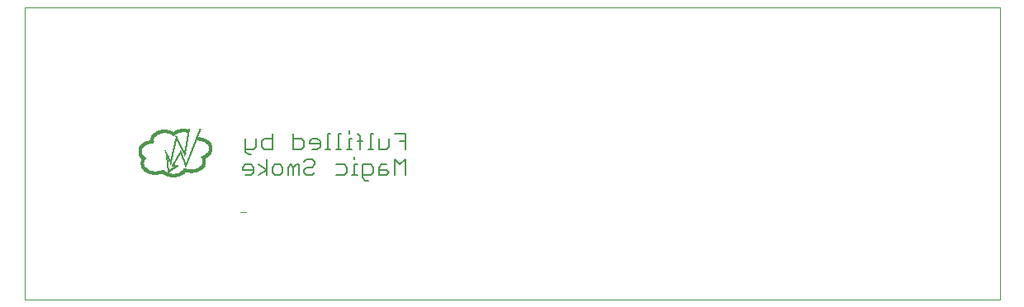
<source format=gbo>
G75*
G70*
%OFA0B0*%
%FSLAX24Y24*%
%IPPOS*%
%LPD*%
%AMOC8*
5,1,8,0,0,1.08239X$1,22.5*
%
%ADD10C,0.0000*%
%ADD11R,0.0110X0.0005*%
%ADD12R,0.0210X0.0005*%
%ADD13R,0.0280X0.0005*%
%ADD14R,0.0325X0.0005*%
%ADD15R,0.0365X0.0005*%
%ADD16R,0.0410X0.0005*%
%ADD17R,0.0440X0.0005*%
%ADD18R,0.0470X0.0005*%
%ADD19R,0.0505X0.0005*%
%ADD20R,0.0530X0.0005*%
%ADD21R,0.0555X0.0005*%
%ADD22R,0.0580X0.0005*%
%ADD23R,0.0600X0.0005*%
%ADD24R,0.0625X0.0005*%
%ADD25R,0.0645X0.0005*%
%ADD26R,0.0665X0.0005*%
%ADD27R,0.0685X0.0005*%
%ADD28R,0.0705X0.0005*%
%ADD29R,0.0715X0.0005*%
%ADD30R,0.0735X0.0005*%
%ADD31R,0.0755X0.0005*%
%ADD32R,0.0090X0.0005*%
%ADD33R,0.0770X0.0005*%
%ADD34R,0.0190X0.0005*%
%ADD35R,0.0355X0.0005*%
%ADD36R,0.0360X0.0005*%
%ADD37R,0.0260X0.0005*%
%ADD38R,0.0315X0.0005*%
%ADD39R,0.0320X0.0005*%
%ADD40R,0.0295X0.0005*%
%ADD41R,0.0275X0.0005*%
%ADD42R,0.0400X0.0005*%
%ADD43R,0.0265X0.0005*%
%ADD44R,0.0435X0.0005*%
%ADD45R,0.0255X0.0005*%
%ADD46R,0.0465X0.0005*%
%ADD47R,0.0245X0.0005*%
%ADD48R,0.0495X0.0005*%
%ADD49R,0.0235X0.0005*%
%ADD50R,0.0525X0.0005*%
%ADD51R,0.0230X0.0005*%
%ADD52R,0.0240X0.0005*%
%ADD53R,0.0545X0.0005*%
%ADD54R,0.0820X0.0005*%
%ADD55R,0.0220X0.0005*%
%ADD56R,0.0025X0.0005*%
%ADD57R,0.0795X0.0005*%
%ADD58R,0.0215X0.0005*%
%ADD59R,0.0035X0.0005*%
%ADD60R,0.0040X0.0005*%
%ADD61R,0.0800X0.0005*%
%ADD62R,0.0205X0.0005*%
%ADD63R,0.0050X0.0005*%
%ADD64R,0.0805X0.0005*%
%ADD65R,0.0165X0.0005*%
%ADD66R,0.0055X0.0005*%
%ADD67R,0.0200X0.0005*%
%ADD68R,0.0060X0.0005*%
%ADD69R,0.0300X0.0005*%
%ADD70R,0.0195X0.0005*%
%ADD71R,0.0065X0.0005*%
%ADD72R,0.0345X0.0005*%
%ADD73R,0.0070X0.0005*%
%ADD74R,0.0385X0.0005*%
%ADD75R,0.0080X0.0005*%
%ADD76R,0.0425X0.0005*%
%ADD77R,0.0185X0.0005*%
%ADD78R,0.0085X0.0005*%
%ADD79R,0.0635X0.0005*%
%ADD80R,0.0810X0.0005*%
%ADD81R,0.0095X0.0005*%
%ADD82R,0.0335X0.0005*%
%ADD83R,0.0655X0.0005*%
%ADD84R,0.0105X0.0005*%
%ADD85R,0.0290X0.0005*%
%ADD86R,0.0660X0.0005*%
%ADD87R,0.0115X0.0005*%
%ADD88R,0.0285X0.0005*%
%ADD89R,0.0120X0.0005*%
%ADD90R,0.0270X0.0005*%
%ADD91R,0.0675X0.0005*%
%ADD92R,0.0130X0.0005*%
%ADD93R,0.0680X0.0005*%
%ADD94R,0.0135X0.0005*%
%ADD95R,0.0250X0.0005*%
%ADD96R,0.0140X0.0005*%
%ADD97R,0.0180X0.0005*%
%ADD98R,0.0695X0.0005*%
%ADD99R,0.0150X0.0005*%
%ADD100R,0.0160X0.0005*%
%ADD101R,0.0155X0.0005*%
%ADD102R,0.0145X0.0005*%
%ADD103R,0.0700X0.0005*%
%ADD104R,0.0225X0.0005*%
%ADD105R,0.0170X0.0005*%
%ADD106R,0.0100X0.0005*%
%ADD107R,0.0075X0.0005*%
%ADD108R,0.0720X0.0005*%
%ADD109R,0.0725X0.0005*%
%ADD110R,0.0340X0.0005*%
%ADD111R,0.0305X0.0005*%
%ADD112R,0.0175X0.0005*%
%ADD113R,0.0005X0.0005*%
%ADD114R,0.0010X0.0005*%
%ADD115R,0.0015X0.0005*%
%ADD116R,0.0020X0.0005*%
%ADD117R,0.0030X0.0005*%
%ADD118R,0.0125X0.0005*%
%ADD119R,0.0045X0.0005*%
%ADD120R,0.0370X0.0005*%
%ADD121R,0.0375X0.0005*%
%ADD122R,0.0350X0.0005*%
%ADD123R,0.0330X0.0005*%
%ADD124R,0.0485X0.0005*%
%ADD125R,0.0480X0.0005*%
%ADD126R,0.0460X0.0005*%
%ADD127R,0.0445X0.0005*%
%ADD128R,0.0310X0.0005*%
%ADD129R,0.0380X0.0005*%
%ADD130R,0.0415X0.0005*%
%ADD131R,0.0450X0.0005*%
%ADD132R,0.0490X0.0005*%
%ADD133R,0.0965X0.0005*%
%ADD134R,0.0975X0.0005*%
%ADD135R,0.0980X0.0005*%
%ADD136R,0.0990X0.0005*%
%ADD137R,0.1005X0.0005*%
%ADD138R,0.0615X0.0005*%
%ADD139R,0.0640X0.0005*%
%ADD140R,0.0605X0.0005*%
%ADD141R,0.0620X0.0005*%
%ADD142R,0.0590X0.0005*%
%ADD143R,0.0570X0.0005*%
%ADD144R,0.0540X0.0005*%
%ADD145R,0.0515X0.0005*%
%ADD146R,0.0565X0.0005*%
%ADD147R,0.0535X0.0005*%
%ADD148R,0.0395X0.0005*%
%ADD149R,0.0520X0.0005*%
%ADD150R,0.0500X0.0005*%
%ADD151R,0.0430X0.0005*%
%ADD152C,0.0060*%
D10*
X001131Y001300D02*
X001131Y013111D01*
X040501Y013111D01*
X040501Y001300D01*
X001131Y001300D01*
D11*
X007149Y006241D03*
X007044Y006516D03*
X007059Y006526D03*
X007064Y006531D03*
X007069Y006536D03*
X007084Y006546D03*
X007129Y006576D03*
X007144Y006586D03*
X007149Y006591D03*
X007164Y006601D03*
X007179Y006611D03*
X007184Y006616D03*
X007194Y006621D03*
X007199Y006626D03*
X007204Y006631D03*
X007214Y006636D03*
X007219Y006641D03*
X007229Y006646D03*
X007234Y006651D03*
X007249Y006661D03*
X007624Y006561D03*
X007654Y006756D03*
X007029Y006891D03*
X006909Y007046D03*
X006909Y007051D03*
X006904Y007056D03*
X006904Y007061D03*
X007434Y007201D03*
X007434Y007206D03*
X007594Y007226D03*
X007594Y007231D03*
X007279Y007766D03*
X007279Y007771D03*
D12*
X007149Y007966D03*
X007559Y008161D03*
X006244Y007696D03*
X005959Y007546D03*
X008499Y007656D03*
X008499Y007116D03*
X008494Y007111D03*
X008239Y006591D03*
X007509Y006411D03*
X007149Y006246D03*
X006044Y006516D03*
D13*
X006874Y006366D03*
X007149Y006251D03*
X006209Y007676D03*
X007559Y008156D03*
X008404Y007706D03*
D14*
X007557Y008151D03*
X007137Y007996D03*
X006177Y006456D03*
X007147Y006256D03*
D15*
X007147Y006261D03*
X006152Y007631D03*
D16*
X008244Y007761D03*
X007149Y006266D03*
D17*
X007149Y006271D03*
X008254Y007751D03*
D18*
X008264Y007736D03*
X007149Y006276D03*
D19*
X007147Y006281D03*
X007547Y008121D03*
D20*
X007149Y006286D03*
D21*
X007147Y006291D03*
X007522Y008101D03*
D22*
X007504Y008086D03*
X007149Y006296D03*
D23*
X007149Y006301D03*
X007494Y008076D03*
D24*
X007147Y006306D03*
D25*
X007147Y006311D03*
X007792Y006456D03*
D26*
X007822Y006471D03*
X007147Y006316D03*
D27*
X007147Y006321D03*
X007847Y006486D03*
D28*
X007877Y006506D03*
X007147Y006326D03*
D29*
X007147Y006331D03*
X007882Y006511D03*
X007887Y006516D03*
D30*
X007147Y006336D03*
D31*
X007147Y006341D03*
D32*
X006964Y006451D03*
X007619Y006566D03*
X007654Y006731D03*
X007029Y006866D03*
X006894Y007096D03*
X006889Y007106D03*
X006889Y007111D03*
X007434Y007226D03*
X007599Y007201D03*
X007274Y007796D03*
X006414Y006341D03*
D33*
X007149Y006346D03*
D34*
X006414Y006346D03*
X007229Y006676D03*
X008279Y006621D03*
X008284Y006626D03*
X008369Y007016D03*
X008529Y007141D03*
X008534Y007146D03*
X008534Y007626D03*
X008529Y007631D03*
X006389Y007931D03*
X006384Y007926D03*
X006379Y007921D03*
X006254Y007701D03*
X005919Y007516D03*
X005914Y007511D03*
X005909Y007506D03*
X005914Y007031D03*
X005919Y007026D03*
X005924Y007021D03*
X005929Y007016D03*
X005934Y007006D03*
X005939Y007001D03*
D35*
X006167Y007641D03*
X006412Y006361D03*
X007362Y006351D03*
D36*
X006934Y006351D03*
X006159Y007636D03*
X006109Y007606D03*
X007344Y008056D03*
X008224Y007781D03*
X008344Y007721D03*
D37*
X007144Y007981D03*
X006499Y008001D03*
X006219Y007681D03*
X008169Y006551D03*
X006414Y006351D03*
X006114Y006476D03*
D38*
X006902Y006356D03*
X007392Y006356D03*
X007312Y008051D03*
D39*
X008369Y007716D03*
X006189Y007661D03*
X006079Y007601D03*
X006414Y006356D03*
D40*
X006887Y006361D03*
X007407Y006361D03*
X006062Y007596D03*
X006202Y007671D03*
X008387Y007711D03*
D41*
X008192Y007806D03*
X007222Y006701D03*
X007677Y006531D03*
X007422Y006366D03*
X008152Y006546D03*
D42*
X006414Y006366D03*
X008239Y007766D03*
D43*
X008417Y007701D03*
X006032Y007586D03*
X007212Y006691D03*
X006677Y006466D03*
X006857Y006371D03*
X007437Y006371D03*
D44*
X006412Y006371D03*
D45*
X006847Y006376D03*
X007447Y006376D03*
X008177Y006556D03*
X007212Y006686D03*
X006022Y007581D03*
X008427Y007696D03*
D46*
X007572Y008136D03*
X006412Y006376D03*
D47*
X006837Y006381D03*
X007457Y006381D03*
X008187Y006561D03*
X008402Y007051D03*
X008407Y007056D03*
X008442Y007081D03*
X006012Y007576D03*
X009977Y004791D03*
D48*
X006412Y006381D03*
D49*
X006827Y006386D03*
X007467Y006386D03*
X007872Y006426D03*
X008207Y006571D03*
X008392Y007041D03*
X008397Y007046D03*
X008457Y007681D03*
X006467Y007986D03*
X005992Y007566D03*
D50*
X006412Y006386D03*
D51*
X006084Y006491D03*
X006074Y006496D03*
X007474Y006391D03*
X007484Y006396D03*
X008459Y007091D03*
X008469Y007096D03*
X008469Y007676D03*
X006459Y007981D03*
X006234Y007691D03*
X005984Y007561D03*
D52*
X005999Y007571D03*
X007144Y007976D03*
X008449Y007686D03*
X008449Y007086D03*
X008199Y006566D03*
X007209Y006706D03*
X006819Y006391D03*
X006684Y006471D03*
X006094Y006486D03*
D53*
X006412Y006391D03*
X007527Y008106D03*
D54*
X006534Y006396D03*
D55*
X006059Y006506D03*
X007494Y006401D03*
X008224Y006581D03*
X008484Y007666D03*
X006449Y007976D03*
X006444Y007971D03*
X005974Y007556D03*
D56*
X006842Y007266D03*
X006842Y007261D03*
X007442Y007291D03*
X007617Y007116D03*
X007617Y007111D03*
X007042Y006766D03*
X007042Y006761D03*
X007662Y006661D03*
X006937Y006401D03*
X007262Y007881D03*
X007262Y007886D03*
D57*
X006512Y006401D03*
X006502Y006406D03*
D58*
X006692Y006476D03*
X006052Y006511D03*
X007197Y006711D03*
X007502Y006406D03*
X008232Y006586D03*
X008382Y007031D03*
X008487Y007106D03*
X008492Y007661D03*
X006437Y007966D03*
X005967Y007551D03*
D59*
X006847Y007246D03*
X006847Y007241D03*
X006852Y007231D03*
X007442Y007281D03*
X007442Y007286D03*
X007617Y007126D03*
X007617Y006576D03*
X006942Y006406D03*
X007267Y007866D03*
D60*
X007264Y007861D03*
X007439Y007276D03*
X007614Y007136D03*
X007614Y007131D03*
X006854Y007221D03*
X006854Y007226D03*
X006849Y007236D03*
X007039Y006791D03*
X007039Y006786D03*
X007659Y006681D03*
X007659Y006676D03*
X006944Y006411D03*
X006714Y006521D03*
D61*
X006494Y006411D03*
X006474Y006421D03*
X006464Y006426D03*
D62*
X006037Y006521D03*
X006032Y006526D03*
X007517Y006416D03*
X007522Y006421D03*
X008247Y006596D03*
X008377Y007026D03*
X008507Y007121D03*
X008507Y007651D03*
X006427Y007961D03*
X006422Y007956D03*
X005952Y007541D03*
D63*
X006859Y007206D03*
X006859Y007201D03*
X007439Y007266D03*
X007609Y007151D03*
X007659Y006696D03*
X007659Y006691D03*
X007659Y006686D03*
X006944Y006416D03*
X007269Y007846D03*
D64*
X006442Y006441D03*
X006447Y006436D03*
X006457Y006431D03*
X006482Y006416D03*
X006432Y006446D03*
D65*
X006997Y006501D03*
X007872Y006421D03*
X008337Y006686D03*
X008342Y006691D03*
X008342Y006696D03*
X008347Y006701D03*
X008352Y006711D03*
X008362Y007006D03*
X008587Y007201D03*
X008592Y007211D03*
X008597Y007216D03*
X008602Y007221D03*
X008607Y007231D03*
X008607Y007541D03*
X008602Y007551D03*
X008597Y007556D03*
X008592Y007561D03*
X008587Y007571D03*
X006337Y007871D03*
X006332Y007866D03*
X006327Y007861D03*
X006327Y007856D03*
X006322Y007851D03*
X006267Y007706D03*
X005857Y007446D03*
X005852Y007441D03*
X005847Y007431D03*
X005842Y007116D03*
X005847Y007106D03*
X005852Y007101D03*
X005952Y006981D03*
X005952Y006976D03*
X005947Y006966D03*
X005947Y006961D03*
X005942Y006956D03*
X005937Y006946D03*
X005942Y006621D03*
X005947Y006616D03*
X005947Y006611D03*
X005952Y006606D03*
D66*
X006947Y006421D03*
X007037Y006806D03*
X007037Y006811D03*
X006867Y007181D03*
X006867Y007186D03*
X006862Y007191D03*
X006862Y007196D03*
X007437Y007261D03*
X007612Y007156D03*
X007727Y007851D03*
X007732Y007881D03*
X007737Y007911D03*
X007742Y007941D03*
X007747Y007966D03*
X007747Y007971D03*
X007752Y007996D03*
X007752Y008001D03*
X007757Y008026D03*
X007757Y008031D03*
X007777Y008151D03*
X007777Y008156D03*
X007267Y007841D03*
D67*
X007689Y008056D03*
X008159Y007821D03*
X008514Y007646D03*
X008519Y007641D03*
X008519Y007131D03*
X008514Y007126D03*
X008374Y007021D03*
X008259Y006606D03*
X008254Y006601D03*
X007649Y006541D03*
X007529Y006426D03*
X006694Y006481D03*
X006024Y006531D03*
X005939Y007531D03*
X005944Y007536D03*
X006414Y007951D03*
D68*
X007244Y007721D03*
X007239Y007701D03*
X007234Y007681D03*
X007234Y007676D03*
X007229Y007656D03*
X007224Y007636D03*
X007219Y007616D03*
X007214Y007591D03*
X007209Y007571D03*
X007204Y007551D03*
X007199Y007526D03*
X007194Y007506D03*
X007189Y007486D03*
X007184Y007461D03*
X007179Y007441D03*
X007174Y007421D03*
X007169Y007396D03*
X007164Y007376D03*
X007159Y007356D03*
X007154Y007331D03*
X007149Y007311D03*
X007144Y007291D03*
X007139Y007266D03*
X007134Y007246D03*
X007129Y007226D03*
X007124Y007201D03*
X007119Y007181D03*
X007114Y007161D03*
X007109Y007136D03*
X007104Y007116D03*
X007099Y007096D03*
X007094Y007071D03*
X007089Y007051D03*
X007084Y007031D03*
X007079Y007006D03*
X007074Y006991D03*
X007074Y006986D03*
X007069Y006976D03*
X007069Y006971D03*
X007069Y006966D03*
X007064Y006951D03*
X007064Y006946D03*
X007064Y006941D03*
X007059Y006931D03*
X007059Y006926D03*
X007034Y006821D03*
X007034Y006816D03*
X006909Y006816D03*
X006909Y006821D03*
X006909Y006826D03*
X006904Y006866D03*
X006904Y006871D03*
X006899Y006896D03*
X006899Y006901D03*
X006899Y006906D03*
X006899Y006911D03*
X006899Y006916D03*
X006894Y006926D03*
X006894Y006931D03*
X006894Y006936D03*
X006894Y006941D03*
X006894Y006946D03*
X006894Y006951D03*
X006894Y006956D03*
X006894Y006961D03*
X006889Y006971D03*
X006889Y006976D03*
X006889Y006981D03*
X006889Y006986D03*
X006889Y006991D03*
X006889Y006996D03*
X006869Y007171D03*
X006869Y007176D03*
X007439Y007256D03*
X007479Y007146D03*
X007489Y007121D03*
X007499Y007096D03*
X007509Y007071D03*
X007609Y007161D03*
X007629Y007276D03*
X007629Y007281D03*
X007629Y007286D03*
X007629Y007291D03*
X007629Y007296D03*
X007634Y007306D03*
X007634Y007311D03*
X007634Y007316D03*
X007634Y007321D03*
X007639Y007331D03*
X007639Y007336D03*
X007639Y007341D03*
X007639Y007346D03*
X007639Y007351D03*
X007644Y007361D03*
X007644Y007366D03*
X007644Y007371D03*
X007644Y007376D03*
X007644Y007381D03*
X007649Y007391D03*
X007649Y007396D03*
X007649Y007401D03*
X007649Y007406D03*
X007649Y007411D03*
X007654Y007421D03*
X007654Y007426D03*
X007654Y007431D03*
X007654Y007436D03*
X007659Y007446D03*
X007659Y007451D03*
X007659Y007456D03*
X007659Y007461D03*
X007659Y007466D03*
X007664Y007476D03*
X007664Y007481D03*
X007664Y007486D03*
X007664Y007491D03*
X007664Y007496D03*
X007669Y007506D03*
X007669Y007511D03*
X007669Y007516D03*
X007669Y007521D03*
X007669Y007526D03*
X007674Y007536D03*
X007674Y007541D03*
X007674Y007546D03*
X007674Y007551D03*
X007674Y007556D03*
X007679Y007566D03*
X007679Y007571D03*
X007679Y007576D03*
X007679Y007581D03*
X007684Y007591D03*
X007684Y007596D03*
X007684Y007601D03*
X007684Y007606D03*
X007684Y007611D03*
X007689Y007621D03*
X007689Y007626D03*
X007689Y007631D03*
X007689Y007636D03*
X007689Y007641D03*
X007694Y007651D03*
X007694Y007656D03*
X007694Y007661D03*
X007694Y007666D03*
X007694Y007671D03*
X007699Y007681D03*
X007699Y007686D03*
X007699Y007691D03*
X007699Y007696D03*
X007704Y007706D03*
X007704Y007711D03*
X007704Y007716D03*
X007704Y007721D03*
X007704Y007726D03*
X007709Y007736D03*
X007709Y007741D03*
X007709Y007746D03*
X007709Y007751D03*
X007709Y007756D03*
X007709Y007761D03*
X007714Y007766D03*
X007714Y007771D03*
X007714Y007776D03*
X007714Y007781D03*
X007714Y007786D03*
X007714Y007791D03*
X007719Y007796D03*
X007719Y007801D03*
X007719Y007806D03*
X007719Y007811D03*
X007719Y007816D03*
X007719Y007821D03*
X007724Y007826D03*
X007724Y007831D03*
X007724Y007836D03*
X007724Y007841D03*
X007724Y007846D03*
X007729Y007856D03*
X007729Y007861D03*
X007729Y007866D03*
X007729Y007871D03*
X007729Y007876D03*
X007734Y007886D03*
X007734Y007891D03*
X007734Y007896D03*
X007734Y007901D03*
X007734Y007906D03*
X007739Y007916D03*
X007739Y007921D03*
X007739Y007926D03*
X007739Y007931D03*
X007739Y007936D03*
X007744Y007946D03*
X007744Y007951D03*
X007744Y007956D03*
X007744Y007961D03*
X007749Y007976D03*
X007749Y007981D03*
X007749Y007986D03*
X007749Y007991D03*
X007754Y008006D03*
X007754Y008011D03*
X007754Y008016D03*
X007754Y008021D03*
X007779Y008161D03*
X007779Y008166D03*
X007269Y007836D03*
X007269Y007831D03*
X007984Y007536D03*
X007994Y007561D03*
X008004Y007586D03*
X008014Y007611D03*
X008024Y007636D03*
X008034Y007661D03*
X008039Y007676D03*
X008049Y007701D03*
X007959Y007471D03*
X007949Y007446D03*
X007939Y007421D03*
X007929Y007396D03*
X007894Y007306D03*
X007884Y007281D03*
X007874Y007256D03*
X007864Y007231D03*
X007839Y007166D03*
X007829Y007141D03*
X007819Y007116D03*
X007809Y007091D03*
X007784Y007026D03*
X007774Y007001D03*
X007764Y006976D03*
X007754Y006951D03*
X007729Y006886D03*
X007719Y006861D03*
X007709Y006836D03*
X007699Y006811D03*
X007659Y006706D03*
X007659Y006701D03*
X006934Y006611D03*
X006934Y006606D03*
X006934Y006601D03*
X006934Y006596D03*
X006934Y006591D03*
X006934Y006586D03*
X006934Y006581D03*
X006934Y006576D03*
X006934Y006571D03*
X006934Y006566D03*
X006939Y006561D03*
X006939Y006556D03*
X006939Y006551D03*
X006939Y006546D03*
X006939Y006541D03*
X006939Y006536D03*
X006939Y006531D03*
X006939Y006526D03*
X006939Y006521D03*
X006939Y006516D03*
X006944Y006511D03*
X006949Y006426D03*
X006929Y006616D03*
X006929Y006621D03*
X006929Y006626D03*
X006929Y006631D03*
X006929Y006636D03*
X006929Y006641D03*
X006929Y006646D03*
X006929Y006651D03*
X006929Y006656D03*
X006929Y006661D03*
X006924Y006666D03*
X006924Y006671D03*
X006924Y006676D03*
X006924Y006681D03*
X006924Y006686D03*
X006924Y006691D03*
X006924Y006696D03*
X006924Y006701D03*
X006924Y006706D03*
X006924Y006711D03*
X006919Y006716D03*
X006919Y006721D03*
X006919Y006726D03*
X006919Y006731D03*
X006919Y006736D03*
X006919Y006741D03*
X006919Y006746D03*
X006919Y006751D03*
X006919Y006756D03*
X006914Y006766D03*
X006914Y006771D03*
X006914Y006776D03*
X006914Y006781D03*
D69*
X006154Y006461D03*
X007874Y006431D03*
X007139Y007991D03*
X006794Y008121D03*
D70*
X006407Y007946D03*
X006402Y007941D03*
X006397Y007936D03*
X005932Y007526D03*
X005927Y007521D03*
X006007Y006546D03*
X006012Y006541D03*
X006017Y006536D03*
X007537Y006431D03*
X007542Y006436D03*
X007547Y006441D03*
X008267Y006611D03*
X008272Y006616D03*
X008527Y007136D03*
X008522Y007636D03*
D71*
X008057Y007716D03*
X008052Y007711D03*
X008052Y007706D03*
X008047Y007696D03*
X008047Y007691D03*
X008042Y007686D03*
X008042Y007681D03*
X008037Y007671D03*
X008037Y007666D03*
X008032Y007656D03*
X008032Y007651D03*
X008027Y007646D03*
X008027Y007641D03*
X008022Y007631D03*
X008022Y007626D03*
X008017Y007621D03*
X008017Y007616D03*
X008012Y007606D03*
X008012Y007601D03*
X008007Y007596D03*
X008007Y007591D03*
X008002Y007581D03*
X008002Y007576D03*
X007997Y007571D03*
X007997Y007566D03*
X007992Y007556D03*
X007992Y007551D03*
X007987Y007546D03*
X007987Y007541D03*
X007982Y007531D03*
X007982Y007526D03*
X007977Y007521D03*
X007977Y007516D03*
X007977Y007511D03*
X007972Y007506D03*
X007972Y007501D03*
X007967Y007496D03*
X007967Y007491D03*
X007967Y007486D03*
X007962Y007481D03*
X007962Y007476D03*
X007957Y007466D03*
X007957Y007461D03*
X007952Y007456D03*
X007952Y007451D03*
X007947Y007441D03*
X007947Y007436D03*
X007942Y007431D03*
X007942Y007426D03*
X007937Y007416D03*
X007937Y007411D03*
X007932Y007406D03*
X007932Y007401D03*
X007927Y007391D03*
X007927Y007386D03*
X007922Y007381D03*
X007922Y007376D03*
X007922Y007371D03*
X007917Y007366D03*
X007917Y007361D03*
X007912Y007356D03*
X007912Y007351D03*
X007912Y007346D03*
X007907Y007341D03*
X007907Y007336D03*
X007902Y007331D03*
X007902Y007326D03*
X007902Y007321D03*
X007897Y007316D03*
X007897Y007311D03*
X007892Y007301D03*
X007892Y007296D03*
X007887Y007291D03*
X007887Y007286D03*
X007882Y007276D03*
X007882Y007271D03*
X007877Y007266D03*
X007877Y007261D03*
X007872Y007251D03*
X007872Y007246D03*
X007867Y007241D03*
X007867Y007236D03*
X007862Y007226D03*
X007862Y007221D03*
X007857Y007216D03*
X007857Y007211D03*
X007857Y007206D03*
X007852Y007201D03*
X007852Y007196D03*
X007847Y007191D03*
X007847Y007186D03*
X007847Y007181D03*
X007842Y007176D03*
X007842Y007171D03*
X007837Y007161D03*
X007837Y007156D03*
X007832Y007151D03*
X007832Y007146D03*
X007827Y007136D03*
X007827Y007131D03*
X007822Y007126D03*
X007822Y007121D03*
X007817Y007111D03*
X007817Y007106D03*
X007812Y007101D03*
X007812Y007096D03*
X007807Y007086D03*
X007807Y007081D03*
X007802Y007076D03*
X007802Y007071D03*
X007802Y007066D03*
X007797Y007061D03*
X007797Y007056D03*
X007792Y007051D03*
X007792Y007046D03*
X007792Y007041D03*
X007787Y007036D03*
X007787Y007031D03*
X007782Y007021D03*
X007782Y007016D03*
X007777Y007011D03*
X007777Y007006D03*
X007772Y006996D03*
X007772Y006991D03*
X007767Y006986D03*
X007767Y006981D03*
X007762Y006971D03*
X007762Y006966D03*
X007757Y006961D03*
X007757Y006956D03*
X007752Y006946D03*
X007752Y006941D03*
X007747Y006936D03*
X007747Y006931D03*
X007747Y006926D03*
X007742Y006921D03*
X007742Y006916D03*
X007737Y006911D03*
X007737Y006906D03*
X007737Y006901D03*
X007732Y006896D03*
X007732Y006891D03*
X007727Y006881D03*
X007727Y006876D03*
X007722Y006871D03*
X007722Y006866D03*
X007717Y006856D03*
X007717Y006851D03*
X007712Y006846D03*
X007712Y006841D03*
X007707Y006831D03*
X007707Y006826D03*
X007702Y006821D03*
X007702Y006816D03*
X007697Y006806D03*
X007697Y006801D03*
X007692Y006796D03*
X007612Y006816D03*
X007602Y006841D03*
X007597Y006851D03*
X007592Y006866D03*
X007587Y006876D03*
X007582Y006886D03*
X007582Y006891D03*
X007577Y006901D03*
X007572Y006911D03*
X007572Y006916D03*
X007567Y006926D03*
X007562Y006936D03*
X007562Y006941D03*
X007557Y006951D03*
X007552Y006961D03*
X007547Y006971D03*
X007547Y006976D03*
X007542Y006986D03*
X007537Y006996D03*
X007537Y007001D03*
X007532Y007011D03*
X007527Y007021D03*
X007527Y007026D03*
X007527Y007031D03*
X007522Y007036D03*
X007522Y007041D03*
X007517Y007046D03*
X007517Y007051D03*
X007517Y007056D03*
X007512Y007061D03*
X007512Y007066D03*
X007507Y007076D03*
X007507Y007081D03*
X007502Y007086D03*
X007502Y007091D03*
X007497Y007101D03*
X007497Y007106D03*
X007492Y007111D03*
X007492Y007116D03*
X007487Y007126D03*
X007487Y007131D03*
X007482Y007136D03*
X007482Y007141D03*
X007477Y007151D03*
X007477Y007156D03*
X007472Y007161D03*
X007472Y007166D03*
X007472Y007171D03*
X007437Y007251D03*
X007487Y007401D03*
X007482Y007411D03*
X007477Y007421D03*
X007472Y007431D03*
X007467Y007441D03*
X007462Y007451D03*
X007457Y007461D03*
X007452Y007471D03*
X007447Y007481D03*
X007442Y007491D03*
X007437Y007496D03*
X007437Y007501D03*
X007432Y007506D03*
X007432Y007511D03*
X007427Y007516D03*
X007427Y007521D03*
X007422Y007526D03*
X007422Y007531D03*
X007417Y007536D03*
X007412Y007546D03*
X007407Y007556D03*
X007402Y007566D03*
X007397Y007576D03*
X007392Y007586D03*
X007387Y007596D03*
X007382Y007606D03*
X007377Y007616D03*
X007372Y007626D03*
X007367Y007636D03*
X007362Y007646D03*
X007357Y007656D03*
X007352Y007666D03*
X007347Y007676D03*
X007342Y007686D03*
X007337Y007696D03*
X007332Y007706D03*
X007327Y007716D03*
X007322Y007726D03*
X007317Y007736D03*
X007247Y007736D03*
X007247Y007731D03*
X007247Y007726D03*
X007242Y007716D03*
X007242Y007711D03*
X007242Y007706D03*
X007237Y007696D03*
X007237Y007691D03*
X007237Y007686D03*
X007232Y007671D03*
X007232Y007666D03*
X007232Y007661D03*
X007227Y007651D03*
X007227Y007646D03*
X007227Y007641D03*
X007222Y007631D03*
X007222Y007626D03*
X007222Y007621D03*
X007217Y007611D03*
X007217Y007606D03*
X007217Y007601D03*
X007217Y007596D03*
X007212Y007586D03*
X007212Y007581D03*
X007212Y007576D03*
X007207Y007566D03*
X007207Y007561D03*
X007207Y007556D03*
X007202Y007546D03*
X007202Y007541D03*
X007202Y007536D03*
X007202Y007531D03*
X007197Y007521D03*
X007197Y007516D03*
X007197Y007511D03*
X007192Y007501D03*
X007192Y007496D03*
X007192Y007491D03*
X007187Y007481D03*
X007187Y007476D03*
X007187Y007471D03*
X007187Y007466D03*
X007182Y007456D03*
X007182Y007451D03*
X007182Y007446D03*
X007177Y007436D03*
X007177Y007431D03*
X007177Y007426D03*
X007172Y007416D03*
X007172Y007411D03*
X007172Y007406D03*
X007172Y007401D03*
X007167Y007391D03*
X007167Y007386D03*
X007167Y007381D03*
X007162Y007371D03*
X007162Y007366D03*
X007162Y007361D03*
X007157Y007351D03*
X007157Y007346D03*
X007157Y007341D03*
X007157Y007336D03*
X007152Y007326D03*
X007152Y007321D03*
X007152Y007316D03*
X007147Y007306D03*
X007147Y007301D03*
X007147Y007296D03*
X007142Y007286D03*
X007142Y007281D03*
X007142Y007276D03*
X007142Y007271D03*
X007137Y007261D03*
X007137Y007256D03*
X007137Y007251D03*
X007132Y007241D03*
X007132Y007236D03*
X007132Y007231D03*
X007127Y007221D03*
X007127Y007216D03*
X007127Y007211D03*
X007127Y007206D03*
X007122Y007196D03*
X007122Y007191D03*
X007122Y007186D03*
X007117Y007176D03*
X007117Y007171D03*
X007117Y007166D03*
X007112Y007156D03*
X007112Y007151D03*
X007112Y007146D03*
X007112Y007141D03*
X007107Y007131D03*
X007107Y007126D03*
X007107Y007121D03*
X007102Y007111D03*
X007102Y007106D03*
X007102Y007101D03*
X007097Y007091D03*
X007097Y007086D03*
X007097Y007081D03*
X007097Y007076D03*
X007092Y007066D03*
X007092Y007061D03*
X007092Y007056D03*
X007087Y007046D03*
X007087Y007041D03*
X007087Y007036D03*
X007082Y007026D03*
X007082Y007021D03*
X007082Y007016D03*
X007082Y007011D03*
X007077Y007001D03*
X007077Y006996D03*
X007072Y006981D03*
X007067Y006961D03*
X007067Y006956D03*
X007062Y006936D03*
X006992Y006926D03*
X006987Y006936D03*
X006982Y006946D03*
X006977Y006956D03*
X006972Y006966D03*
X006967Y006976D03*
X006962Y006986D03*
X006957Y006996D03*
X006892Y006966D03*
X006897Y006921D03*
X006902Y006891D03*
X006902Y006886D03*
X006902Y006881D03*
X006902Y006876D03*
X006907Y006861D03*
X006907Y006856D03*
X006907Y006851D03*
X006907Y006846D03*
X006907Y006841D03*
X006907Y006836D03*
X006907Y006831D03*
X006912Y006811D03*
X006912Y006806D03*
X006912Y006801D03*
X006912Y006796D03*
X006912Y006791D03*
X006912Y006786D03*
X006917Y006761D03*
X007037Y006826D03*
X006872Y007161D03*
X006872Y007166D03*
X007607Y007166D03*
X007627Y007271D03*
X007632Y007301D03*
X007637Y007326D03*
X007642Y007356D03*
X007647Y007386D03*
X007652Y007416D03*
X007657Y007441D03*
X007662Y007471D03*
X007667Y007501D03*
X007672Y007531D03*
X007677Y007561D03*
X007682Y007586D03*
X007687Y007616D03*
X007692Y007646D03*
X007697Y007676D03*
X007702Y007701D03*
X007707Y007731D03*
X008102Y007836D03*
X008102Y007841D03*
X008107Y007851D03*
X008112Y007866D03*
X008117Y007876D03*
X008122Y007891D03*
X008127Y007901D03*
X008132Y007916D03*
X008142Y007941D03*
X008152Y007966D03*
X008157Y007981D03*
X008162Y007991D03*
X008167Y008006D03*
X008172Y008016D03*
X008177Y008031D03*
X008182Y008041D03*
X008187Y008056D03*
X008192Y008066D03*
X008197Y008081D03*
X008202Y008091D03*
X008207Y008106D03*
X008212Y008116D03*
X008212Y008121D03*
X008217Y008131D03*
X008222Y008141D03*
X008222Y008146D03*
X008222Y008151D03*
X008227Y008156D03*
X008227Y008161D03*
X008232Y008166D03*
X007272Y007826D03*
X007272Y007821D03*
X007157Y007921D03*
X007622Y006571D03*
X006952Y006431D03*
D72*
X007872Y006436D03*
D73*
X007659Y006711D03*
X007659Y006716D03*
X007619Y006796D03*
X007619Y006801D03*
X007614Y006806D03*
X007614Y006811D03*
X007609Y006821D03*
X007609Y006826D03*
X007604Y006831D03*
X007604Y006836D03*
X007599Y006846D03*
X007594Y006856D03*
X007594Y006861D03*
X007589Y006871D03*
X007584Y006881D03*
X007579Y006896D03*
X007574Y006906D03*
X007569Y006921D03*
X007564Y006931D03*
X007559Y006946D03*
X007554Y006956D03*
X007549Y006966D03*
X007544Y006981D03*
X007539Y006991D03*
X007534Y007006D03*
X007529Y007016D03*
X007604Y007171D03*
X007604Y007176D03*
X007554Y007271D03*
X007549Y007281D03*
X007544Y007291D03*
X007539Y007296D03*
X007539Y007301D03*
X007534Y007306D03*
X007534Y007311D03*
X007529Y007316D03*
X007529Y007321D03*
X007524Y007326D03*
X007524Y007331D03*
X007519Y007336D03*
X007519Y007341D03*
X007514Y007346D03*
X007514Y007351D03*
X007509Y007356D03*
X007509Y007361D03*
X007504Y007366D03*
X007504Y007371D03*
X007499Y007376D03*
X007499Y007381D03*
X007494Y007386D03*
X007494Y007391D03*
X007489Y007396D03*
X007484Y007406D03*
X007479Y007416D03*
X007474Y007426D03*
X007469Y007436D03*
X007464Y007446D03*
X007459Y007456D03*
X007454Y007466D03*
X007449Y007476D03*
X007444Y007486D03*
X007414Y007541D03*
X007409Y007551D03*
X007404Y007561D03*
X007399Y007571D03*
X007394Y007581D03*
X007389Y007591D03*
X007384Y007601D03*
X007379Y007611D03*
X007374Y007621D03*
X007369Y007631D03*
X007364Y007641D03*
X007359Y007651D03*
X007354Y007661D03*
X007349Y007671D03*
X007344Y007681D03*
X007339Y007691D03*
X007334Y007701D03*
X007329Y007711D03*
X007324Y007721D03*
X007319Y007731D03*
X008104Y007846D03*
X008109Y007856D03*
X008109Y007861D03*
X008114Y007871D03*
X008119Y007881D03*
X008119Y007886D03*
X008124Y007896D03*
X008129Y007906D03*
X008129Y007911D03*
X008134Y007921D03*
X008134Y007926D03*
X008139Y007931D03*
X008139Y007936D03*
X008144Y007946D03*
X008144Y007951D03*
X008149Y007956D03*
X008149Y007961D03*
X008154Y007971D03*
X008154Y007976D03*
X008159Y007986D03*
X008164Y007996D03*
X008164Y008001D03*
X008169Y008011D03*
X008174Y008021D03*
X008174Y008026D03*
X008179Y008036D03*
X008184Y008046D03*
X008184Y008051D03*
X008189Y008061D03*
X008194Y008071D03*
X008194Y008076D03*
X008199Y008086D03*
X008204Y008096D03*
X008204Y008101D03*
X008209Y008111D03*
X008214Y008126D03*
X008219Y008136D03*
X007439Y007246D03*
X007374Y007131D03*
X007359Y007106D03*
X007344Y007081D03*
X007339Y007071D03*
X007329Y007056D03*
X007324Y007046D03*
X007319Y007036D03*
X007314Y007031D03*
X007309Y007021D03*
X007304Y007011D03*
X007299Y007006D03*
X007294Y006996D03*
X007289Y006986D03*
X007284Y006976D03*
X007279Y006971D03*
X007279Y006966D03*
X007274Y006961D03*
X007274Y006956D03*
X007269Y006951D03*
X007264Y006946D03*
X007264Y006941D03*
X007259Y006936D03*
X007259Y006931D03*
X007254Y006926D03*
X007249Y006921D03*
X007249Y006916D03*
X007244Y006911D03*
X007244Y006906D03*
X007239Y006901D03*
X007234Y006896D03*
X007234Y006891D03*
X007229Y006886D03*
X007229Y006881D03*
X007224Y006876D03*
X007219Y006871D03*
X007219Y006866D03*
X007214Y006861D03*
X007214Y006856D03*
X007209Y006851D03*
X007204Y006846D03*
X007204Y006841D03*
X007199Y006836D03*
X007199Y006831D03*
X007194Y006826D03*
X007189Y006821D03*
X007189Y006816D03*
X007184Y006811D03*
X007184Y006806D03*
X007179Y006801D03*
X007174Y006796D03*
X007174Y006791D03*
X007169Y006786D03*
X007169Y006781D03*
X007164Y006776D03*
X007159Y006771D03*
X007159Y006766D03*
X007154Y006761D03*
X007154Y006756D03*
X007149Y006751D03*
X007144Y006746D03*
X007144Y006741D03*
X007139Y006736D03*
X007034Y006831D03*
X007034Y006836D03*
X006989Y006931D03*
X006984Y006941D03*
X006979Y006951D03*
X006974Y006961D03*
X006969Y006971D03*
X006964Y006981D03*
X006959Y006991D03*
X006874Y007156D03*
X006954Y006436D03*
D74*
X007872Y006441D03*
X008237Y007771D03*
D75*
X007274Y007806D03*
X007274Y007811D03*
X007604Y007186D03*
X007604Y007181D03*
X006884Y007131D03*
X006884Y007126D03*
X007144Y006731D03*
X007659Y006726D03*
X006959Y006441D03*
D76*
X007872Y006446D03*
X008247Y007756D03*
X006792Y008106D03*
D77*
X007152Y007961D03*
X008542Y007621D03*
X008547Y007616D03*
X008552Y007611D03*
X008552Y007161D03*
X008547Y007156D03*
X008542Y007151D03*
X008292Y006636D03*
X008287Y006631D03*
X007552Y006446D03*
X006002Y006551D03*
X005997Y006556D03*
X005992Y006561D03*
X005942Y006996D03*
X005932Y007011D03*
X005907Y007036D03*
X005902Y007041D03*
X005897Y007046D03*
X005892Y007051D03*
X005897Y007496D03*
X005902Y007501D03*
D78*
X006887Y007121D03*
X006887Y007116D03*
X007437Y007231D03*
X007602Y007196D03*
X007602Y007191D03*
X007032Y006861D03*
X007032Y006856D03*
X007032Y006851D03*
X006962Y006446D03*
X007277Y007801D03*
X007157Y007926D03*
D79*
X007782Y006451D03*
D80*
X006424Y006451D03*
D81*
X006967Y006456D03*
X007657Y006736D03*
X007032Y006871D03*
X006897Y007086D03*
X006897Y007091D03*
X006892Y007101D03*
X007437Y007221D03*
X007597Y007206D03*
X007277Y007786D03*
X007277Y007791D03*
X007742Y008041D03*
D82*
X006177Y007651D03*
X006657Y006456D03*
D83*
X007807Y006461D03*
D84*
X007657Y006751D03*
X007172Y006606D03*
X007157Y006596D03*
X007137Y006581D03*
X007122Y006571D03*
X007117Y006566D03*
X007107Y006561D03*
X007052Y006521D03*
X007037Y006511D03*
X006972Y006461D03*
X007027Y006886D03*
X006902Y007066D03*
X006902Y007071D03*
X007597Y007216D03*
X007597Y007221D03*
X007277Y007776D03*
X007277Y007781D03*
X008117Y007831D03*
X007557Y008166D03*
D85*
X008199Y007801D03*
X008139Y006541D03*
X006669Y006461D03*
D86*
X007814Y006466D03*
X006794Y008061D03*
D87*
X007592Y007236D03*
X006912Y007041D03*
X006912Y007036D03*
X007027Y006906D03*
X007027Y006901D03*
X007027Y006896D03*
X007157Y006726D03*
X007242Y006656D03*
X007097Y006556D03*
X007092Y006551D03*
X007077Y006541D03*
X006972Y006466D03*
X006712Y006506D03*
X007657Y006761D03*
D88*
X006142Y006466D03*
X006047Y007591D03*
X006527Y008011D03*
X007142Y007986D03*
D89*
X007154Y007936D03*
X007279Y007761D03*
X007279Y007756D03*
X007729Y008046D03*
X007594Y007241D03*
X007434Y007196D03*
X006914Y007031D03*
X006914Y007026D03*
X007024Y006911D03*
X007654Y006771D03*
X007654Y006766D03*
X007249Y006666D03*
X006974Y006471D03*
D90*
X007219Y006696D03*
X006129Y006471D03*
X006509Y008006D03*
D91*
X007832Y006476D03*
D92*
X007629Y006556D03*
X007654Y006781D03*
X007024Y006921D03*
X006924Y007001D03*
X006919Y007011D03*
X007589Y007256D03*
X007589Y007261D03*
X007284Y007741D03*
X007154Y007941D03*
X006979Y006476D03*
X006709Y006501D03*
D93*
X007839Y006481D03*
X006794Y008056D03*
D94*
X007587Y007266D03*
X007432Y007181D03*
X007432Y007176D03*
X007657Y006786D03*
X006982Y006481D03*
D95*
X006104Y006481D03*
X008414Y007061D03*
X008419Y007066D03*
X008424Y007071D03*
X008434Y007076D03*
X008439Y007691D03*
X008184Y007811D03*
X006794Y008126D03*
X006489Y007996D03*
X006224Y007686D03*
D96*
X007654Y006791D03*
X006984Y006486D03*
D97*
X006699Y006486D03*
X007184Y006716D03*
X007639Y006546D03*
X008299Y006641D03*
X008304Y006646D03*
X008309Y006651D03*
X005984Y006566D03*
X005944Y006991D03*
X005889Y007056D03*
X005884Y007481D03*
X005889Y007486D03*
X005894Y007491D03*
X006359Y007901D03*
X006364Y007906D03*
X006369Y007911D03*
X006374Y007916D03*
X006794Y008131D03*
X008554Y007606D03*
D98*
X007862Y006496D03*
X007857Y006491D03*
D99*
X007634Y006551D03*
X006989Y006491D03*
X005909Y006686D03*
X005904Y006696D03*
X005904Y006701D03*
X005904Y006706D03*
X005899Y006716D03*
X005899Y006721D03*
X005899Y006726D03*
X005894Y006736D03*
X005894Y006741D03*
X005894Y006746D03*
X005894Y006751D03*
X005894Y006756D03*
X005889Y006796D03*
X005889Y006801D03*
X005889Y006806D03*
X005894Y006826D03*
X005894Y006831D03*
X005894Y006836D03*
X005894Y006841D03*
X005894Y006846D03*
X005899Y006851D03*
X005899Y006856D03*
X005899Y006861D03*
X005899Y006866D03*
X005904Y006871D03*
X005904Y006876D03*
X005909Y006891D03*
X005819Y007161D03*
X005814Y007176D03*
X005809Y007186D03*
X005809Y007191D03*
X005809Y007196D03*
X005804Y007206D03*
X005804Y007211D03*
X005804Y007216D03*
X005804Y007221D03*
X005799Y007236D03*
X005799Y007241D03*
X005799Y007246D03*
X005799Y007251D03*
X005799Y007256D03*
X005799Y007261D03*
X005799Y007266D03*
X005799Y007271D03*
X005799Y007276D03*
X005799Y007281D03*
X005799Y007286D03*
X005799Y007291D03*
X005799Y007296D03*
X005799Y007301D03*
X005804Y007321D03*
X005804Y007326D03*
X005804Y007331D03*
X005804Y007336D03*
X005809Y007341D03*
X005809Y007346D03*
X005809Y007351D03*
X005814Y007361D03*
X005814Y007366D03*
X006274Y007711D03*
X006274Y007716D03*
X006274Y007721D03*
X006279Y007736D03*
X006279Y007741D03*
X006279Y007746D03*
X006279Y007751D03*
X006284Y007761D03*
X006284Y007766D03*
X006284Y007771D03*
X006289Y007781D03*
X006294Y007796D03*
X008379Y006961D03*
X008384Y006951D03*
X008384Y006946D03*
X008384Y006941D03*
X008389Y006931D03*
X008389Y006926D03*
X008389Y006921D03*
X008389Y006916D03*
X008394Y006906D03*
X008394Y006901D03*
X008394Y006896D03*
X008394Y006891D03*
X008394Y006886D03*
X008394Y006881D03*
X008394Y006876D03*
X008394Y006871D03*
X008394Y006866D03*
X008394Y006861D03*
X008394Y006856D03*
X008394Y006851D03*
X008394Y006846D03*
X008394Y006841D03*
X008394Y006836D03*
X008394Y006831D03*
X008394Y006826D03*
X008389Y006811D03*
X008389Y006806D03*
X008389Y006801D03*
X008389Y006796D03*
X008384Y006791D03*
X008384Y006786D03*
X008384Y006781D03*
X008379Y006771D03*
X008634Y007291D03*
X008639Y007306D03*
X008639Y007311D03*
X008639Y007316D03*
X008644Y007321D03*
X008644Y007326D03*
X008644Y007331D03*
X008644Y007336D03*
X008649Y007346D03*
X008649Y007351D03*
X008649Y007356D03*
X008649Y007361D03*
X008649Y007366D03*
X008649Y007371D03*
X008649Y007376D03*
X008649Y007381D03*
X008649Y007386D03*
X008649Y007391D03*
X008649Y007396D03*
X008649Y007401D03*
X008649Y007406D03*
X008649Y007411D03*
X008649Y007416D03*
X008649Y007421D03*
X008644Y007436D03*
X008644Y007441D03*
X008644Y007446D03*
X008644Y007451D03*
X008639Y007456D03*
X008639Y007461D03*
X008639Y007466D03*
X008634Y007476D03*
X008634Y007481D03*
D100*
X008624Y007506D03*
X008619Y007516D03*
X008614Y007526D03*
X008609Y007536D03*
X008604Y007546D03*
X008624Y007266D03*
X008619Y007256D03*
X008614Y007246D03*
X008609Y007236D03*
X008604Y007226D03*
X008364Y006996D03*
X008369Y006986D03*
X008364Y006731D03*
X008359Y006721D03*
X008354Y006716D03*
X008349Y006706D03*
X006704Y006491D03*
X005939Y006626D03*
X005934Y006631D03*
X005934Y006636D03*
X005929Y006641D03*
X005924Y006651D03*
X005919Y006661D03*
X005919Y006916D03*
X005924Y006926D03*
X005929Y006936D03*
X005934Y006941D03*
X005939Y006951D03*
X005949Y006971D03*
X005844Y007111D03*
X005839Y007121D03*
X005834Y007126D03*
X005834Y007131D03*
X005829Y007401D03*
X005834Y007411D03*
X005839Y007416D03*
X005839Y007421D03*
X005844Y007426D03*
X005849Y007436D03*
X006309Y007826D03*
X006309Y007831D03*
X006314Y007836D03*
X006314Y007841D03*
X006319Y007846D03*
X007154Y007951D03*
D101*
X006307Y007821D03*
X006302Y007816D03*
X006302Y007811D03*
X006297Y007806D03*
X006297Y007801D03*
X006292Y007791D03*
X006292Y007786D03*
X006287Y007776D03*
X005832Y007406D03*
X005827Y007396D03*
X005827Y007391D03*
X005822Y007386D03*
X005822Y007381D03*
X005817Y007376D03*
X005817Y007371D03*
X005812Y007356D03*
X005807Y007201D03*
X005812Y007181D03*
X005817Y007171D03*
X005817Y007166D03*
X005822Y007156D03*
X005822Y007151D03*
X005827Y007146D03*
X005827Y007141D03*
X005832Y007136D03*
X005927Y006931D03*
X005922Y006921D03*
X005917Y006911D03*
X005917Y006906D03*
X005912Y006901D03*
X005912Y006896D03*
X005907Y006886D03*
X005907Y006881D03*
X005902Y006711D03*
X005907Y006691D03*
X005912Y006681D03*
X005912Y006676D03*
X005917Y006671D03*
X005917Y006666D03*
X005922Y006656D03*
X005927Y006646D03*
X006992Y006496D03*
X007242Y006671D03*
X008362Y006726D03*
X008367Y006736D03*
X008367Y006741D03*
X008372Y006746D03*
X008372Y006751D03*
X008377Y006756D03*
X008377Y006761D03*
X008377Y006766D03*
X008382Y006776D03*
X008387Y006936D03*
X008382Y006956D03*
X008377Y006966D03*
X008377Y006971D03*
X008372Y006976D03*
X008372Y006981D03*
X008367Y006991D03*
X008362Y007001D03*
X008612Y007241D03*
X008617Y007251D03*
X008622Y007261D03*
X008627Y007271D03*
X008627Y007276D03*
X008632Y007281D03*
X008632Y007286D03*
X008637Y007296D03*
X008637Y007301D03*
X008637Y007471D03*
X008632Y007486D03*
X008632Y007491D03*
X008627Y007496D03*
X008627Y007501D03*
X008622Y007511D03*
X008617Y007521D03*
X008612Y007531D03*
D102*
X008647Y007431D03*
X008647Y007426D03*
X008647Y007341D03*
X008392Y006911D03*
X008392Y006821D03*
X008392Y006816D03*
X007172Y006721D03*
X006707Y006496D03*
X005897Y006731D03*
X005892Y006761D03*
X005892Y006766D03*
X005892Y006771D03*
X005892Y006776D03*
X005892Y006781D03*
X005892Y006786D03*
X005892Y006791D03*
X005892Y006811D03*
X005892Y006816D03*
X005892Y006821D03*
X005802Y007226D03*
X005802Y007231D03*
X005802Y007306D03*
X005802Y007311D03*
X005802Y007316D03*
X006277Y007726D03*
X006277Y007731D03*
X006282Y007756D03*
X007152Y007946D03*
X007717Y008051D03*
D103*
X006794Y008051D03*
X007869Y006501D03*
D104*
X007657Y006536D03*
X007222Y006681D03*
X006067Y006501D03*
X008217Y006576D03*
X008387Y007036D03*
X008477Y007101D03*
X008477Y007671D03*
X008172Y007816D03*
X007147Y007971D03*
D105*
X006344Y007881D03*
X006339Y007876D03*
X005869Y007466D03*
X005869Y007461D03*
X005864Y007456D03*
X005859Y007451D03*
X005854Y007096D03*
X005859Y007091D03*
X005864Y007086D03*
X005864Y007081D03*
X005869Y007076D03*
X005874Y007071D03*
X005954Y006601D03*
X005959Y006596D03*
X005964Y006591D03*
X006999Y006506D03*
X008324Y006671D03*
X008329Y006676D03*
X008334Y006681D03*
X008574Y007186D03*
X008579Y007191D03*
X008584Y007196D03*
X008589Y007206D03*
X008589Y007566D03*
X008584Y007576D03*
X008579Y007581D03*
X008574Y007586D03*
X008149Y007826D03*
D106*
X007154Y007931D03*
X007434Y007216D03*
X007434Y007211D03*
X007599Y007211D03*
X006899Y007081D03*
X006899Y007076D03*
X007029Y006881D03*
X007029Y006876D03*
X007654Y006746D03*
X007654Y006741D03*
X006714Y006511D03*
D107*
X006712Y006516D03*
X007657Y006721D03*
X007032Y006841D03*
X007032Y006846D03*
X007287Y006981D03*
X007292Y006991D03*
X007297Y007001D03*
X007307Y007016D03*
X007312Y007026D03*
X007322Y007041D03*
X007327Y007051D03*
X007332Y007061D03*
X007337Y007066D03*
X007342Y007076D03*
X007347Y007086D03*
X007352Y007091D03*
X007352Y007096D03*
X007357Y007101D03*
X007362Y007111D03*
X007367Y007116D03*
X007367Y007121D03*
X007372Y007126D03*
X007377Y007136D03*
X007382Y007141D03*
X007382Y007146D03*
X007387Y007151D03*
X007387Y007156D03*
X007392Y007161D03*
X007397Y007166D03*
X007397Y007171D03*
X007437Y007236D03*
X007437Y007241D03*
X007547Y007286D03*
X007552Y007276D03*
X006882Y007141D03*
X006882Y007136D03*
X006877Y007146D03*
X006877Y007151D03*
X008062Y007721D03*
X007752Y008036D03*
X007272Y007816D03*
D108*
X007894Y006521D03*
D109*
X007902Y006526D03*
D110*
X008099Y006531D03*
X008219Y007786D03*
D111*
X006542Y008016D03*
X006197Y007666D03*
X008127Y006536D03*
D112*
X008312Y006656D03*
X008317Y006661D03*
X008322Y006666D03*
X008367Y007011D03*
X008557Y007166D03*
X008562Y007171D03*
X008567Y007176D03*
X008572Y007181D03*
X008572Y007591D03*
X008567Y007596D03*
X008562Y007601D03*
X007152Y007956D03*
X006357Y007896D03*
X006352Y007891D03*
X006347Y007886D03*
X005882Y007476D03*
X005877Y007471D03*
X005877Y007066D03*
X005882Y007061D03*
X005947Y006986D03*
X005967Y006586D03*
X005972Y006581D03*
X005977Y006576D03*
X005982Y006571D03*
D113*
X007042Y006736D03*
X007662Y006636D03*
X007622Y007081D03*
X007622Y007086D03*
X006827Y007311D03*
X006827Y007316D03*
X007157Y007916D03*
D114*
X007259Y007906D03*
X007259Y007901D03*
X007444Y007311D03*
X007444Y007306D03*
X007619Y007091D03*
X007044Y006746D03*
X007044Y006741D03*
X007659Y006641D03*
X006829Y007301D03*
X006829Y007306D03*
D115*
X006832Y007296D03*
X006832Y007291D03*
X007442Y007301D03*
X007622Y007096D03*
X007042Y006756D03*
X007042Y006751D03*
X007662Y006646D03*
X007262Y007891D03*
X007262Y007896D03*
X006797Y008136D03*
D116*
X006834Y007286D03*
X006834Y007281D03*
X006839Y007276D03*
X006839Y007271D03*
X007444Y007296D03*
X007619Y007106D03*
X007619Y007101D03*
X007659Y006656D03*
X007659Y006651D03*
D117*
X007659Y006666D03*
X007659Y006671D03*
X007039Y006771D03*
X007039Y006776D03*
X007039Y006781D03*
X007614Y007121D03*
X006844Y007251D03*
X006844Y007256D03*
X007264Y007871D03*
X007264Y007876D03*
D118*
X007282Y007751D03*
X007282Y007746D03*
X007592Y007251D03*
X007592Y007246D03*
X007432Y007191D03*
X007432Y007186D03*
X006917Y007021D03*
X006917Y007016D03*
X006922Y007006D03*
X007027Y006916D03*
X007657Y006776D03*
D119*
X007037Y006796D03*
X007037Y006801D03*
X006857Y007211D03*
X006857Y007216D03*
X007442Y007271D03*
X007612Y007146D03*
X007612Y007141D03*
X007267Y007851D03*
X007267Y007856D03*
D120*
X006144Y007626D03*
X006129Y007616D03*
X006119Y007611D03*
D121*
X006137Y007621D03*
X008232Y007776D03*
D122*
X007134Y008001D03*
X006794Y008116D03*
X006169Y007646D03*
D123*
X006184Y007656D03*
X006559Y008021D03*
X008214Y007791D03*
D124*
X008272Y007726D03*
X007562Y008131D03*
D125*
X008269Y007731D03*
D126*
X008259Y007741D03*
X006794Y008101D03*
D127*
X008257Y007746D03*
D128*
X008209Y007796D03*
D129*
X007129Y008006D03*
D130*
X007127Y008011D03*
D131*
X007119Y008016D03*
X007579Y008141D03*
D132*
X007109Y008021D03*
X006794Y008096D03*
D133*
X006887Y008026D03*
D134*
X006897Y008031D03*
D135*
X006909Y008036D03*
D136*
X006924Y008041D03*
D137*
X006942Y008046D03*
D138*
X007482Y008061D03*
X007487Y008066D03*
D139*
X006794Y008066D03*
D140*
X007492Y008071D03*
D141*
X006794Y008071D03*
D142*
X006794Y008076D03*
X007499Y008081D03*
D143*
X007509Y008091D03*
X006794Y008081D03*
D144*
X006794Y008086D03*
D145*
X006792Y008091D03*
D146*
X007517Y008096D03*
D147*
X007532Y008111D03*
D148*
X006792Y008111D03*
D149*
X007539Y008116D03*
D150*
X007554Y008126D03*
D151*
X007589Y008146D03*
D152*
X010058Y007807D02*
X010058Y007273D01*
X010165Y007166D01*
X010272Y007166D01*
X010379Y007380D02*
X010058Y007380D01*
X010379Y007380D02*
X010486Y007487D01*
X010486Y007807D01*
X010703Y007700D02*
X010810Y007807D01*
X011130Y007807D01*
X010703Y007700D02*
X010703Y007487D01*
X010810Y007380D01*
X011130Y007380D01*
X011130Y008020D01*
X011992Y008020D02*
X011992Y007380D01*
X012312Y007380D01*
X012419Y007487D01*
X012419Y007700D01*
X012312Y007807D01*
X011992Y007807D01*
X012637Y007700D02*
X012637Y007593D01*
X013064Y007593D01*
X013064Y007487D02*
X013064Y007700D01*
X012957Y007807D01*
X012743Y007807D01*
X012637Y007700D01*
X012957Y007380D02*
X013064Y007487D01*
X012957Y007380D02*
X012743Y007380D01*
X013280Y007380D02*
X013493Y007380D01*
X013387Y007380D02*
X013387Y008020D01*
X013493Y008020D01*
X013816Y008020D02*
X013816Y007380D01*
X013710Y007380D02*
X013923Y007380D01*
X014139Y007380D02*
X014353Y007380D01*
X014246Y007380D02*
X014246Y007807D01*
X014353Y007807D01*
X014569Y007700D02*
X014783Y007700D01*
X014676Y007914D02*
X014569Y008020D01*
X014676Y007914D02*
X014676Y007380D01*
X014999Y007380D02*
X015212Y007380D01*
X015105Y007380D02*
X015105Y008020D01*
X015212Y008020D01*
X015430Y007807D02*
X015430Y007380D01*
X015750Y007380D01*
X015857Y007487D01*
X015857Y007807D01*
X016288Y007700D02*
X016501Y007700D01*
X016501Y007380D02*
X016501Y008020D01*
X016074Y008020D01*
X014246Y008020D02*
X014246Y008127D01*
X013923Y008020D02*
X013816Y008020D01*
X014461Y007077D02*
X014461Y006970D01*
X014461Y006757D02*
X014461Y006330D01*
X014568Y006330D02*
X014354Y006330D01*
X014138Y006437D02*
X014031Y006330D01*
X013711Y006330D01*
X014138Y006437D02*
X014138Y006650D01*
X014031Y006757D01*
X013711Y006757D01*
X014461Y006757D02*
X014568Y006757D01*
X014785Y006757D02*
X015105Y006757D01*
X015212Y006650D01*
X015212Y006437D01*
X015105Y006330D01*
X014785Y006330D01*
X014785Y006223D02*
X014785Y006757D01*
X015430Y006650D02*
X015430Y006330D01*
X015750Y006330D01*
X015857Y006437D01*
X015750Y006543D01*
X015430Y006543D01*
X015430Y006650D02*
X015536Y006757D01*
X015750Y006757D01*
X016074Y006970D02*
X016074Y006330D01*
X016501Y006330D02*
X016501Y006970D01*
X016288Y006757D01*
X016074Y006970D01*
X014999Y006116D02*
X014892Y006116D01*
X014785Y006223D01*
X012849Y006437D02*
X012742Y006330D01*
X012529Y006330D01*
X012422Y006437D01*
X012422Y006543D01*
X012529Y006650D01*
X012742Y006650D01*
X012849Y006757D01*
X012849Y006864D01*
X012742Y006970D01*
X012529Y006970D01*
X012422Y006864D01*
X012204Y006757D02*
X012098Y006757D01*
X011991Y006650D01*
X011884Y006757D01*
X011777Y006650D01*
X011777Y006330D01*
X011991Y006330D02*
X011991Y006650D01*
X012204Y006757D02*
X012204Y006330D01*
X011560Y006437D02*
X011560Y006650D01*
X011453Y006757D01*
X011239Y006757D01*
X011133Y006650D01*
X011133Y006437D01*
X011239Y006330D01*
X011453Y006330D01*
X011560Y006437D01*
X010915Y006543D02*
X010595Y006757D01*
X010378Y006650D02*
X010271Y006757D01*
X010058Y006757D01*
X009951Y006650D01*
X009951Y006543D01*
X010378Y006543D01*
X010378Y006437D02*
X010378Y006650D01*
X010378Y006437D02*
X010271Y006330D01*
X010058Y006330D01*
X010595Y006330D02*
X010915Y006543D01*
X010915Y006330D02*
X010915Y006970D01*
M02*

</source>
